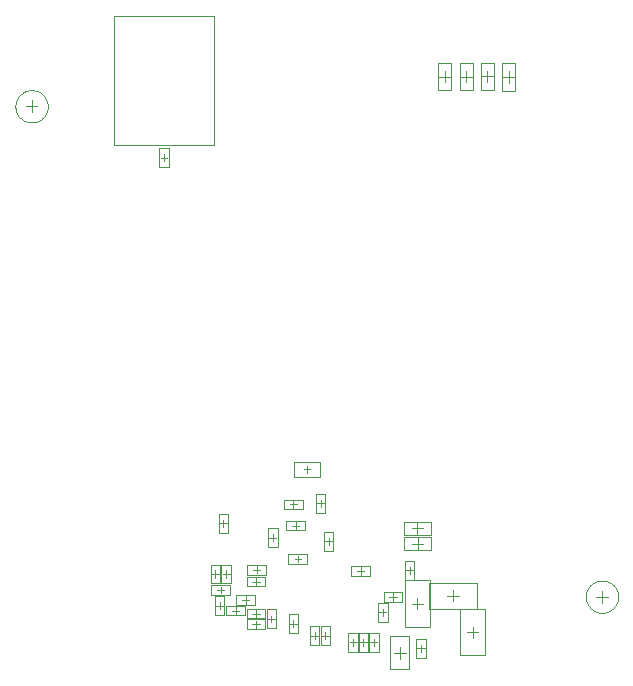
<source format=gbr>
%FSTAX23Y23*%
%MOMM*%
%SFA1B1*%

%IPPOS*%
%ADD115C,0.100000*%
%ADD121C,0.050000*%
G54D115*
X32674Y06074D02*
Y07074D01*
X32174Y06574D02*
X33174D01*
X36674Y11424D02*
X37674D01*
X37174Y10924D02*
Y11924D01*
X49799Y10824D02*
Y11824D01*
X49299Y11324D02*
X50299D01*
X01499Y52349D02*
Y53349D01*
X00999Y52849D02*
X01999D01*
G54D121*
X51169Y11324D02*
D01*
X51166Y1142*
X51156Y11515*
X5114Y11609*
X51116Y11702*
X51087Y11793*
X51051Y11882*
X51009Y11968*
X50961Y1205*
X50908Y1213*
X50849Y12205*
X50785Y12276*
X50716Y12343*
X50643Y12404*
X50566Y1246*
X50484Y12511*
X504Y12556*
X50313Y12595*
X50223Y12627*
X50131Y12654*
X50037Y12674*
X49943Y12687*
X49847Y12694*
X49752*
X49656Y12687*
X49562Y12674*
X49468Y12654*
X49376Y12627*
X49286Y12595*
X49199Y12556*
X49114Y12511*
X49033Y1246*
X48956Y12404*
X48883Y12343*
X48814Y12276*
X4875Y12205*
X48691Y1213*
X48638Y1205*
X4859Y11968*
X48548Y11882*
X48512Y11793*
X48483Y11702*
X48459Y11609*
X48443Y11515*
X48433Y1142*
X48429Y11324*
X48433Y11229*
X48443Y11134*
X48459Y1104*
X48483Y10947*
X48512Y10856*
X48548Y10767*
X4859Y10681*
X48638Y10598*
X48691Y10519*
X4875Y10444*
X48814Y10373*
X48883Y10306*
X48956Y10245*
X49033Y10189*
X49114Y10138*
X49199Y10093*
X49286Y10054*
X49376Y10022*
X49468Y09995*
X49562Y09975*
X49656Y09962*
X49752Y09955*
X49847*
X49943Y09962*
X50037Y09975*
X50131Y09995*
X50223Y10022*
X50313Y10054*
X504Y10093*
X50484Y10138*
X50566Y10189*
X50643Y10245*
X50716Y10306*
X50785Y10373*
X50849Y10444*
X50908Y10519*
X50961Y10598*
X51009Y10681*
X51051Y10767*
X51087Y10856*
X51116Y10947*
X5114Y1104*
X51156Y11134*
X51166Y11229*
X51169Y11324*
X02869Y52849D02*
D01*
X02866Y52945*
X02856Y5304*
X0284Y53134*
X02816Y53227*
X02787Y53318*
X02751Y53407*
X02709Y53493*
X02661Y53575*
X02608Y53655*
X02549Y5373*
X02485Y53801*
X02416Y53868*
X02343Y53929*
X02266Y53985*
X02184Y54036*
X021Y54081*
X02013Y5412*
X01923Y54152*
X01831Y54179*
X01737Y54199*
X01643Y54212*
X01547Y54219*
X01452*
X01356Y54212*
X01262Y54199*
X01168Y54179*
X01076Y54152*
X00986Y5412*
X00899Y54081*
X00814Y54036*
X00733Y53985*
X00656Y53929*
X00583Y53868*
X00514Y53801*
X0045Y5373*
X00391Y53655*
X00338Y53575*
X0029Y53493*
X00248Y53407*
X00212Y53318*
X00183Y53227*
X00159Y53134*
X00143Y5304*
X00133Y52945*
X00129Y52849*
X00133Y52754*
X00143Y52659*
X00159Y52565*
X00183Y52472*
X00212Y52381*
X00248Y52292*
X0029Y52206*
X00338Y52124*
X00391Y52044*
X0045Y51969*
X00514Y51898*
X00583Y51831*
X00656Y5177*
X00733Y51714*
X00814Y51663*
X00899Y51618*
X00986Y51579*
X01076Y51547*
X01168Y5152*
X01262Y515*
X01356Y51487*
X01452Y5148*
X01547*
X01643Y51487*
X01737Y515*
X01831Y5152*
X01923Y51547*
X02013Y51579*
X021Y51618*
X02184Y51663*
X02266Y51714*
X02343Y5177*
X02416Y51831*
X02485Y51898*
X02549Y51969*
X02608Y52044*
X02661Y52124*
X02709Y52206*
X02751Y52292*
X02787Y52381*
X02816Y52472*
X0284Y52565*
X02856Y52659*
X02866Y52754*
X02869Y52849*
X34199Y15349D02*
Y16299D01*
X33724Y15824D02*
X34674D01*
X33049Y16374D02*
X35349D01*
X33049Y15274D02*
X35349D01*
X33049D02*
Y16374D01*
X35349Y15274D02*
Y16374D01*
X34174Y16649D02*
Y17599D01*
X33699Y17124D02*
X34649D01*
X33024Y17674D02*
X35324D01*
X33024Y16574D02*
X35324D01*
X33024D02*
Y17674D01*
X35324Y16574D02*
Y17674D01*
X33099Y12749D02*
X33899D01*
X33099Y14349D02*
X33899D01*
X33099Y12749D02*
Y14349D01*
X33899Y12749D02*
Y14349D01*
X33499Y13249D02*
Y13849D01*
X33199Y13549D02*
X33799D01*
X35924Y54199D02*
X37024D01*
X35924Y56499D02*
X37024D01*
X35924Y54199D02*
Y56499D01*
X37024Y54199D02*
Y56499D01*
X36474Y54874D02*
Y55824D01*
X35999Y55349D02*
X36949D01*
X39541Y54249D02*
X40641D01*
X39541Y56549D02*
X40641D01*
X39541Y54249D02*
Y56549D01*
X40641Y54249D02*
Y56549D01*
X40091Y54924D02*
Y55874D01*
X39616Y55399D02*
X40566D01*
X37733Y54199D02*
X38833D01*
X37733Y56499D02*
X38833D01*
X37733Y54199D02*
Y56499D01*
X38833Y54199D02*
Y56499D01*
X38283Y54874D02*
Y55824D01*
X37808Y55349D02*
X38758D01*
X41349Y54174D02*
X42449D01*
X41349Y56474D02*
X42449D01*
X41349Y54174D02*
Y56474D01*
X42449Y54174D02*
Y56474D01*
X41899Y54849D02*
Y55799D01*
X41424Y55324D02*
X42374D01*
X24799Y21824D02*
Y22374D01*
X24524Y22099D02*
X25074D01*
X23699Y22699D02*
X25899D01*
X23699Y21499D02*
X25899D01*
X23699D02*
Y22699D01*
X25899Y21499D02*
Y22699D01*
X25574Y18449D02*
X26374D01*
X25574Y20049D02*
X26374D01*
X25574Y18449D02*
Y20049D01*
X26374Y18449D02*
Y20049D01*
X25974Y18949D02*
Y19549D01*
X25674Y19249D02*
X26274D01*
X33099Y08799D02*
X35199D01*
X33099Y127D02*
X35199D01*
X33099Y08799D02*
Y127D01*
X35199Y08799D02*
Y127D01*
X34149Y10274D02*
Y11224D01*
X33674Y10749D02*
X34624D01*
X31299Y10899D02*
Y11699D01*
X32899Y10899D02*
Y11699D01*
X31299D02*
X32899D01*
X31299Y10899D02*
X32899D01*
X31799Y11299D02*
X32399D01*
X32099Y10999D02*
Y11599D01*
X31874Y05174D02*
X33474D01*
X31874Y07974D02*
X33474D01*
X31874Y05174D02*
Y07974D01*
X33474Y05174D02*
Y07974D01*
X24474Y18749D02*
Y19549D01*
X22874Y18749D02*
Y19549D01*
Y18749D02*
X24474D01*
X22874Y19549D02*
X24474D01*
X23374Y19149D02*
X23974D01*
X23674Y18849D02*
Y19449D01*
X24674Y16949D02*
Y17749D01*
X23074Y16949D02*
Y17749D01*
Y16949D02*
X24674D01*
X23074Y17749D02*
X24674D01*
X23574Y17349D02*
X24174D01*
X23874Y17049D02*
Y17649D01*
X26249Y16824D02*
X27049D01*
X26249Y15224D02*
X27049D01*
X26249D02*
Y16824D01*
X27049Y15224D02*
Y16824D01*
X26649Y15724D02*
Y16324D01*
X26349Y16024D02*
X26949D01*
X30149Y13099D02*
Y13899D01*
X28549Y13099D02*
Y13899D01*
X30149*
X28549Y13099D02*
X30149D01*
X29049Y13499D02*
X29649D01*
X29349Y13199D02*
Y13799D01*
X30849Y10799D02*
X31649D01*
X30849Y09199D02*
X31649D01*
Y10799*
X30849Y09199D02*
Y10799D01*
X31249Y09699D02*
Y10299D01*
X30949Y09999D02*
X31549D01*
X34074Y07774D02*
X34874D01*
X34074Y06174D02*
X34874D01*
Y07774*
X34074Y06174D02*
Y07774D01*
X34474Y06674D02*
Y07274D01*
X34174Y06974D02*
X34774D01*
X35174Y10324D02*
Y12524D01*
X39174Y10324D02*
Y12524D01*
X35174D02*
X39174D01*
X35174Y10324D02*
X39174D01*
X37799Y10249D02*
X39899D01*
X37799Y0635D02*
X39899D01*
Y10249*
X37799Y0635D02*
Y10249D01*
X38849Y07824D02*
Y08774D01*
X38374Y08299D02*
X39324D01*
X21399Y08649D02*
X22199D01*
X21399Y10249D02*
X22199D01*
X21399Y08649D02*
Y10249D01*
X22199Y08649D02*
Y10249D01*
X21799Y09174D02*
Y09724D01*
X21524Y09449D02*
X22074D01*
X21299Y09499D02*
Y10299D01*
X19699Y09499D02*
Y10299D01*
Y09499D02*
X21299D01*
X19699Y10299D02*
X21299D01*
X20199Y09899D02*
X20799D01*
X20499Y09599D02*
Y10199D01*
X19574Y09749D02*
Y10549D01*
X17974Y09749D02*
Y10549D01*
Y09749D02*
X19574D01*
X17974Y10549D02*
X19574D01*
X18474Y10149D02*
X19074D01*
X18774Y09849D02*
Y10449D01*
X19699Y08599D02*
Y09399D01*
X21299Y08599D02*
Y09399D01*
X19699D02*
X21299D01*
X19699Y08599D02*
X21299D01*
X20199Y08999D02*
X20799D01*
X20499Y08699D02*
Y09299D01*
X20449Y10649D02*
Y11449D01*
X18849Y10649D02*
Y11449D01*
Y10649D02*
X20449D01*
X18849Y11449D02*
X20449D01*
X19349Y11049D02*
X19949D01*
X19649Y10749D02*
Y11349D01*
X17024D02*
X17824D01*
X17024Y09749D02*
X17824D01*
Y11349*
X17024Y09749D02*
Y11349D01*
X17424Y10249D02*
Y10849D01*
X17124Y10549D02*
X17724D01*
X16649Y14049D02*
X17449D01*
X16649Y12449D02*
X17449D01*
Y14049*
X16649Y12449D02*
Y14049D01*
X17049Y12949D02*
Y13549D01*
X16749Y13249D02*
X17349D01*
X17574Y14049D02*
X18374D01*
X17574Y12449D02*
X18374D01*
Y14049*
X17574Y12449D02*
Y14049D01*
X17974Y12949D02*
Y13549D01*
X17674Y13249D02*
X18274D01*
X16699Y11499D02*
Y12299D01*
X18299Y11499D02*
Y12299D01*
X16699D02*
X18299D01*
X16699Y11499D02*
X18299D01*
X17224Y11899D02*
X17774D01*
X17499Y11624D02*
Y12174D01*
X21299Y12199D02*
Y12999D01*
X19699Y12199D02*
Y12999D01*
Y12199D02*
X21299D01*
X19699Y12999D02*
X21299D01*
X20199Y12599D02*
X20799D01*
X20499Y12299D02*
Y12899D01*
X21349Y13199D02*
Y13999D01*
X19749Y13199D02*
Y13999D01*
Y13199D02*
X21349D01*
X19749Y13999D02*
X21349D01*
X20249Y13599D02*
X20849D01*
X20549Y13299D02*
Y13899D01*
X23249Y14099D02*
Y14899D01*
X24849Y14099D02*
Y14899D01*
X23249Y14099D02*
X24849D01*
X23249Y14899D02*
X24849D01*
X23774Y14499D02*
X24324D01*
X24049Y14224D02*
Y14774D01*
X23274Y09849D02*
X24074D01*
X23274Y08249D02*
X24074D01*
Y09849*
X23274Y08249D02*
Y09849D01*
X23674Y08749D02*
Y09349D01*
X23374Y09049D02*
X23974D01*
X21524Y17124D02*
X22324D01*
X21524Y15524D02*
X22324D01*
Y17124*
X21524Y15524D02*
Y17124D01*
X21924Y16024D02*
Y16624D01*
X21624Y16324D02*
X22225D01*
X17349Y16724D02*
X18149D01*
X17349Y18324D02*
X18149D01*
X17349Y16724D02*
Y18324D01*
X18149Y16724D02*
Y18324D01*
X17749Y17224D02*
Y17824D01*
X17449Y17524D02*
X18049D01*
X16914Y49549D02*
Y60452D01*
X08464Y49549D02*
X16914D01*
X08464D02*
Y60452D01*
X16914D01*
X29199Y08274D02*
X29999D01*
X29199Y06674D02*
X29999D01*
Y08274*
X29199Y06674D02*
Y08274D01*
X29599Y07174D02*
Y07774D01*
X29299Y07474D02*
X29899D01*
X30074Y08274D02*
X30874D01*
X30074Y06674D02*
X30874D01*
Y08274*
X30074Y06674D02*
Y08274D01*
X30474Y07174D02*
Y07774D01*
X30174Y07474D02*
X30774D01*
X25974Y08824D02*
X26774D01*
X25974Y07224D02*
X26774D01*
Y08824*
X25974Y07224D02*
Y08824D01*
X26374Y07724D02*
Y08324D01*
X26074Y08024D02*
X26674D01*
X25074Y08824D02*
X25874D01*
X25074Y07224D02*
X25874D01*
Y08824*
X25074Y07224D02*
Y08824D01*
X25474Y07724D02*
Y08324D01*
X25174Y08024D02*
X25774D01*
X28324Y06674D02*
X29124D01*
X28324Y08274D02*
X29124D01*
X28324Y06674D02*
Y08274D01*
X29124Y06674D02*
Y08274D01*
X28724Y07174D02*
Y07774D01*
X28424Y07474D02*
X29024D01*
X29199Y08274D02*
X29999D01*
X29199Y06674D02*
X29999D01*
X29199D02*
Y08274D01*
X29999Y06674D02*
Y08274D01*
X29599Y07174D02*
Y07774D01*
X29299Y07474D02*
X29899D01*
X28324Y06674D02*
X29124D01*
X28324Y08274D02*
X29124D01*
Y06674D02*
Y08274D01*
X28324Y06674D02*
Y08274D01*
X28724Y07174D02*
Y07774D01*
X28424Y07474D02*
X29024D01*
X30074Y08274D02*
X30874D01*
X30074Y06674D02*
X30874D01*
X30074D02*
Y08274D01*
X30874Y06674D02*
Y08274D01*
X30474Y07174D02*
Y07774D01*
X30174Y07474D02*
X30774D01*
X12299Y47699D02*
X13099D01*
X12299Y49299D02*
X13099D01*
X12299Y47699D02*
Y49299D01*
X13099Y47699D02*
Y49299D01*
X127Y48224D02*
Y48774D01*
X12424Y48499D02*
X12974D01*
M02*
</source>
